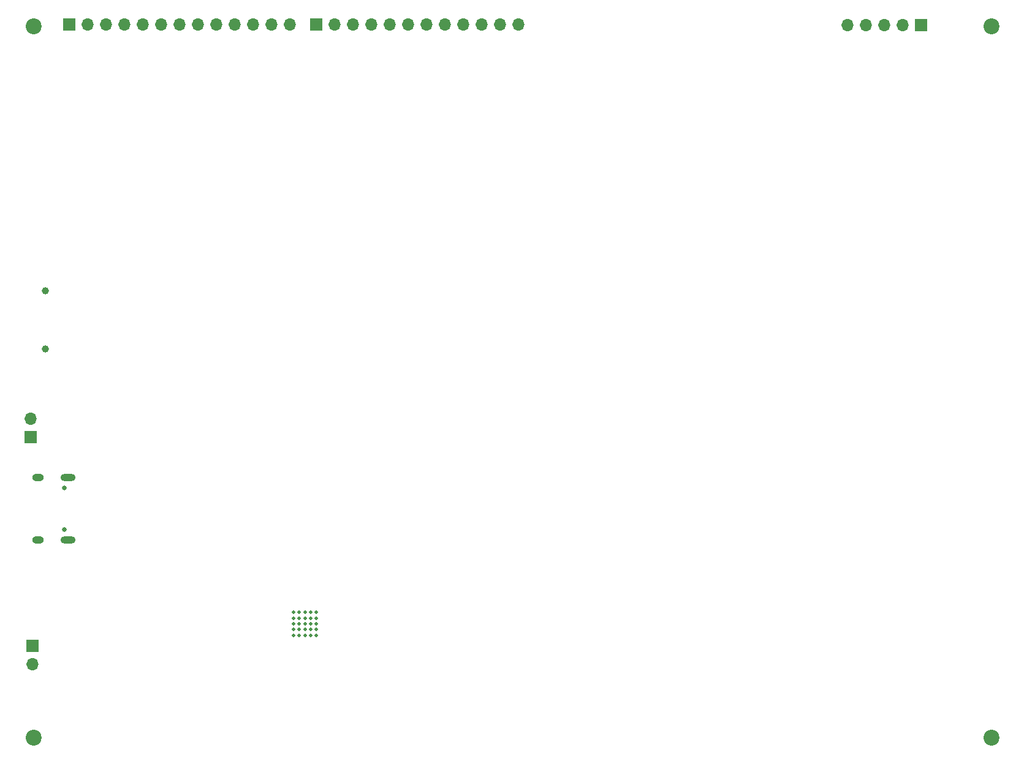
<source format=gbs>
G04 #@! TF.GenerationSoftware,KiCad,Pcbnew,7.0.9-7.0.9~ubuntu22.04.1*
G04 #@! TF.CreationDate,2024-04-13T14:40:37+02:00*
G04 #@! TF.ProjectId,v7-kaleido,76372d6b-616c-4656-9964-6f2e6b696361,1.1*
G04 #@! TF.SameCoordinates,Original*
G04 #@! TF.FileFunction,Soldermask,Bot*
G04 #@! TF.FilePolarity,Negative*
%FSLAX46Y46*%
G04 Gerber Fmt 4.6, Leading zero omitted, Abs format (unit mm)*
G04 Created by KiCad (PCBNEW 7.0.9-7.0.9~ubuntu22.04.1) date 2024-04-13 14:40:37*
%MOMM*%
%LPD*%
G01*
G04 APERTURE LIST*
%ADD10C,2.200000*%
%ADD11C,0.508000*%
%ADD12R,1.700000X1.700000*%
%ADD13O,1.700000X1.700000*%
%ADD14C,0.650000*%
%ADD15O,2.100000X1.000000*%
%ADD16O,1.600000X1.000000*%
%ADD17C,1.000000*%
G04 APERTURE END LIST*
D10*
X195000000Y-46910000D03*
D11*
X101695300Y-131146493D03*
X101695300Y-130359093D03*
X101695300Y-129571693D03*
X101695300Y-128784293D03*
X101695300Y-127996893D03*
X100907900Y-131146493D03*
X100907900Y-130359093D03*
X100907900Y-129571693D03*
X100907900Y-128784293D03*
X100907900Y-127996893D03*
X100120500Y-131146493D03*
X100120500Y-130359093D03*
X100120500Y-129571693D03*
X100120500Y-128784293D03*
X100120500Y-127996893D03*
X99333100Y-131146493D03*
X99333100Y-130359093D03*
X99333100Y-129571693D03*
X99333100Y-128784293D03*
X99333100Y-127996893D03*
X98545700Y-131146493D03*
X98545700Y-130359093D03*
X98545700Y-129571693D03*
X98545700Y-128784293D03*
X98545700Y-127996893D03*
D10*
X195000000Y-145343693D03*
X62596500Y-145343693D03*
D12*
X62446500Y-132618693D03*
D13*
X62446500Y-135158693D03*
D12*
X62196500Y-103718693D03*
D13*
X62196500Y-101178693D03*
D12*
X185220000Y-46780000D03*
D13*
X182680000Y-46780000D03*
X180140000Y-46780000D03*
X177600000Y-46780000D03*
X175060000Y-46780000D03*
D12*
X101640000Y-46650000D03*
D13*
X104180000Y-46650000D03*
X106720000Y-46650000D03*
X109260000Y-46650000D03*
X111800000Y-46650000D03*
X114340000Y-46650000D03*
X116880000Y-46650000D03*
X119420000Y-46650000D03*
X121960000Y-46650000D03*
X124500000Y-46650000D03*
X127040000Y-46650000D03*
X129580000Y-46650000D03*
D12*
X67515000Y-46650000D03*
D13*
X70055000Y-46650000D03*
X72595000Y-46650000D03*
X75135000Y-46650000D03*
X77675000Y-46650000D03*
X80215000Y-46650000D03*
X82755000Y-46650000D03*
X85295000Y-46650000D03*
X87835000Y-46650000D03*
X90375000Y-46650000D03*
X92915000Y-46650000D03*
X95455000Y-46650000D03*
X97995000Y-46650000D03*
D10*
X62670000Y-46910000D03*
D14*
X66836500Y-110753693D03*
X66836500Y-116533693D03*
D15*
X67366500Y-109323693D03*
D16*
X63186500Y-109323693D03*
D15*
X67366500Y-117963693D03*
D16*
X63186500Y-117963693D03*
D17*
X64270000Y-83520000D03*
X64270000Y-91520000D03*
M02*

</source>
